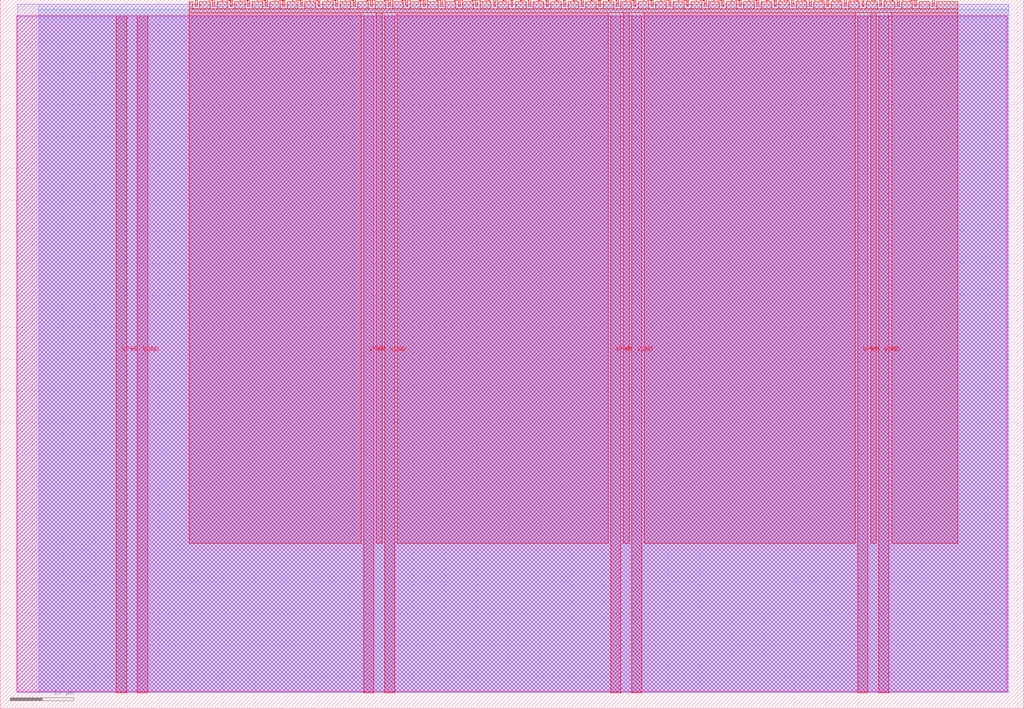
<source format=lef>
VERSION 5.7 ;
  NOWIREEXTENSIONATPIN ON ;
  DIVIDERCHAR "/" ;
  BUSBITCHARS "[]" ;
MACRO tt_um_histogramming
  CLASS BLOCK ;
  FOREIGN tt_um_histogramming ;
  ORIGIN 0.000 0.000 ;
  SIZE 161.000 BY 111.520 ;
  PIN VGND
    DIRECTION INOUT ;
    USE GROUND ;
    PORT
      LAYER met4 ;
        RECT 21.580 2.480 23.180 109.040 ;
    END
    PORT
      LAYER met4 ;
        RECT 60.450 2.480 62.050 109.040 ;
    END
    PORT
      LAYER met4 ;
        RECT 99.320 2.480 100.920 109.040 ;
    END
    PORT
      LAYER met4 ;
        RECT 138.190 2.480 139.790 109.040 ;
    END
  END VGND
  PIN VPWR
    DIRECTION INOUT ;
    USE POWER ;
    PORT
      LAYER met4 ;
        RECT 18.280 2.480 19.880 109.040 ;
    END
    PORT
      LAYER met4 ;
        RECT 57.150 2.480 58.750 109.040 ;
    END
    PORT
      LAYER met4 ;
        RECT 96.020 2.480 97.620 109.040 ;
    END
    PORT
      LAYER met4 ;
        RECT 134.890 2.480 136.490 109.040 ;
    END
  END VPWR
  PIN clk
    DIRECTION INPUT ;
    USE SIGNAL ;
    ANTENNAGATEAREA 0.852000 ;
    PORT
      LAYER met4 ;
        RECT 143.830 110.520 144.130 111.520 ;
    END
  END clk
  PIN ena
    DIRECTION INPUT ;
    USE SIGNAL ;
    ANTENNAGATEAREA 0.213000 ;
    PORT
      LAYER met4 ;
        RECT 146.590 110.520 146.890 111.520 ;
    END
  END ena
  PIN rst_n
    DIRECTION INPUT ;
    USE SIGNAL ;
    ANTENNAGATEAREA 0.196500 ;
    ANTENNADIFFAREA 0.434700 ;
    PORT
      LAYER met4 ;
        RECT 141.070 110.520 141.370 111.520 ;
    END
  END rst_n
  PIN ui_in[0]
    DIRECTION INPUT ;
    USE SIGNAL ;
    ANTENNAGATEAREA 0.196500 ;
    PORT
      LAYER met4 ;
        RECT 138.310 110.520 138.610 111.520 ;
    END
  END ui_in[0]
  PIN ui_in[1]
    DIRECTION INPUT ;
    USE SIGNAL ;
    ANTENNAGATEAREA 0.196500 ;
    PORT
      LAYER met4 ;
        RECT 135.550 110.520 135.850 111.520 ;
    END
  END ui_in[1]
  PIN ui_in[2]
    DIRECTION INPUT ;
    USE SIGNAL ;
    ANTENNAGATEAREA 0.196500 ;
    ANTENNADIFFAREA 0.434700 ;
    PORT
      LAYER met4 ;
        RECT 132.790 110.520 133.090 111.520 ;
    END
  END ui_in[2]
  PIN ui_in[3]
    DIRECTION INPUT ;
    USE SIGNAL ;
    ANTENNAGATEAREA 0.196500 ;
    PORT
      LAYER met4 ;
        RECT 130.030 110.520 130.330 111.520 ;
    END
  END ui_in[3]
  PIN ui_in[4]
    DIRECTION INPUT ;
    USE SIGNAL ;
    ANTENNAGATEAREA 0.196500 ;
    PORT
      LAYER met4 ;
        RECT 127.270 110.520 127.570 111.520 ;
    END
  END ui_in[4]
  PIN ui_in[5]
    DIRECTION INPUT ;
    USE SIGNAL ;
    ANTENNAGATEAREA 0.126000 ;
    PORT
      LAYER met4 ;
        RECT 124.510 110.520 124.810 111.520 ;
    END
  END ui_in[5]
  PIN ui_in[6]
    DIRECTION INPUT ;
    USE SIGNAL ;
    PORT
      LAYER met4 ;
        RECT 121.750 110.520 122.050 111.520 ;
    END
  END ui_in[6]
  PIN ui_in[7]
    DIRECTION INPUT ;
    USE SIGNAL ;
    ANTENNAGATEAREA 0.196500 ;
    PORT
      LAYER met4 ;
        RECT 118.990 110.520 119.290 111.520 ;
    END
  END ui_in[7]
  PIN uio_in[0]
    DIRECTION INPUT ;
    USE SIGNAL ;
    PORT
      LAYER met4 ;
        RECT 116.230 110.520 116.530 111.520 ;
    END
  END uio_in[0]
  PIN uio_in[1]
    DIRECTION INPUT ;
    USE SIGNAL ;
    PORT
      LAYER met4 ;
        RECT 113.470 110.520 113.770 111.520 ;
    END
  END uio_in[1]
  PIN uio_in[2]
    DIRECTION INPUT ;
    USE SIGNAL ;
    PORT
      LAYER met4 ;
        RECT 110.710 110.520 111.010 111.520 ;
    END
  END uio_in[2]
  PIN uio_in[3]
    DIRECTION INPUT ;
    USE SIGNAL ;
    PORT
      LAYER met4 ;
        RECT 107.950 110.520 108.250 111.520 ;
    END
  END uio_in[3]
  PIN uio_in[4]
    DIRECTION INPUT ;
    USE SIGNAL ;
    PORT
      LAYER met4 ;
        RECT 105.190 110.520 105.490 111.520 ;
    END
  END uio_in[4]
  PIN uio_in[5]
    DIRECTION INPUT ;
    USE SIGNAL ;
    PORT
      LAYER met4 ;
        RECT 102.430 110.520 102.730 111.520 ;
    END
  END uio_in[5]
  PIN uio_in[6]
    DIRECTION INPUT ;
    USE SIGNAL ;
    PORT
      LAYER met4 ;
        RECT 99.670 110.520 99.970 111.520 ;
    END
  END uio_in[6]
  PIN uio_in[7]
    DIRECTION INPUT ;
    USE SIGNAL ;
    PORT
      LAYER met4 ;
        RECT 96.910 110.520 97.210 111.520 ;
    END
  END uio_in[7]
  PIN uio_oe[0]
    DIRECTION OUTPUT ;
    USE SIGNAL ;
    PORT
      LAYER met4 ;
        RECT 49.990 110.520 50.290 111.520 ;
    END
  END uio_oe[0]
  PIN uio_oe[1]
    DIRECTION OUTPUT ;
    USE SIGNAL ;
    PORT
      LAYER met4 ;
        RECT 47.230 110.520 47.530 111.520 ;
    END
  END uio_oe[1]
  PIN uio_oe[2]
    DIRECTION OUTPUT ;
    USE SIGNAL ;
    PORT
      LAYER met4 ;
        RECT 44.470 110.520 44.770 111.520 ;
    END
  END uio_oe[2]
  PIN uio_oe[3]
    DIRECTION OUTPUT ;
    USE SIGNAL ;
    PORT
      LAYER met4 ;
        RECT 41.710 110.520 42.010 111.520 ;
    END
  END uio_oe[3]
  PIN uio_oe[4]
    DIRECTION OUTPUT ;
    USE SIGNAL ;
    PORT
      LAYER met4 ;
        RECT 38.950 110.520 39.250 111.520 ;
    END
  END uio_oe[4]
  PIN uio_oe[5]
    DIRECTION OUTPUT ;
    USE SIGNAL ;
    PORT
      LAYER met4 ;
        RECT 36.190 110.520 36.490 111.520 ;
    END
  END uio_oe[5]
  PIN uio_oe[6]
    DIRECTION OUTPUT ;
    USE SIGNAL ;
    PORT
      LAYER met4 ;
        RECT 33.430 110.520 33.730 111.520 ;
    END
  END uio_oe[6]
  PIN uio_oe[7]
    DIRECTION OUTPUT ;
    USE SIGNAL ;
    PORT
      LAYER met4 ;
        RECT 30.670 110.520 30.970 111.520 ;
    END
  END uio_oe[7]
  PIN uio_out[0]
    DIRECTION OUTPUT ;
    USE SIGNAL ;
    PORT
      LAYER met4 ;
        RECT 72.070 110.520 72.370 111.520 ;
    END
  END uio_out[0]
  PIN uio_out[1]
    DIRECTION OUTPUT ;
    USE SIGNAL ;
    PORT
      LAYER met4 ;
        RECT 69.310 110.520 69.610 111.520 ;
    END
  END uio_out[1]
  PIN uio_out[2]
    DIRECTION OUTPUT ;
    USE SIGNAL ;
    ANTENNADIFFAREA 0.795200 ;
    PORT
      LAYER met4 ;
        RECT 66.550 110.520 66.850 111.520 ;
    END
  END uio_out[2]
  PIN uio_out[3]
    DIRECTION OUTPUT ;
    USE SIGNAL ;
    ANTENNADIFFAREA 0.795200 ;
    PORT
      LAYER met4 ;
        RECT 63.790 110.520 64.090 111.520 ;
    END
  END uio_out[3]
  PIN uio_out[4]
    DIRECTION OUTPUT ;
    USE SIGNAL ;
    ANTENNADIFFAREA 0.445500 ;
    PORT
      LAYER met4 ;
        RECT 61.030 110.520 61.330 111.520 ;
    END
  END uio_out[4]
  PIN uio_out[5]
    DIRECTION OUTPUT ;
    USE SIGNAL ;
    PORT
      LAYER met4 ;
        RECT 58.270 110.520 58.570 111.520 ;
    END
  END uio_out[5]
  PIN uio_out[6]
    DIRECTION OUTPUT ;
    USE SIGNAL ;
    PORT
      LAYER met4 ;
        RECT 55.510 110.520 55.810 111.520 ;
    END
  END uio_out[6]
  PIN uio_out[7]
    DIRECTION OUTPUT ;
    USE SIGNAL ;
    PORT
      LAYER met4 ;
        RECT 52.750 110.520 53.050 111.520 ;
    END
  END uio_out[7]
  PIN uo_out[0]
    DIRECTION OUTPUT ;
    USE SIGNAL ;
    ANTENNAGATEAREA 0.247500 ;
    ANTENNADIFFAREA 0.891000 ;
    PORT
      LAYER met4 ;
        RECT 94.150 110.520 94.450 111.520 ;
    END
  END uo_out[0]
  PIN uo_out[1]
    DIRECTION OUTPUT ;
    USE SIGNAL ;
    ANTENNAGATEAREA 0.247500 ;
    ANTENNADIFFAREA 0.891000 ;
    PORT
      LAYER met4 ;
        RECT 91.390 110.520 91.690 111.520 ;
    END
  END uo_out[1]
  PIN uo_out[2]
    DIRECTION OUTPUT ;
    USE SIGNAL ;
    ANTENNAGATEAREA 0.247500 ;
    ANTENNADIFFAREA 0.891000 ;
    PORT
      LAYER met4 ;
        RECT 88.630 110.520 88.930 111.520 ;
    END
  END uo_out[2]
  PIN uo_out[3]
    DIRECTION OUTPUT ;
    USE SIGNAL ;
    ANTENNAGATEAREA 0.247500 ;
    ANTENNADIFFAREA 0.891000 ;
    PORT
      LAYER met4 ;
        RECT 85.870 110.520 86.170 111.520 ;
    END
  END uo_out[3]
  PIN uo_out[4]
    DIRECTION OUTPUT ;
    USE SIGNAL ;
    PORT
      LAYER met4 ;
        RECT 83.110 110.520 83.410 111.520 ;
    END
  END uo_out[4]
  PIN uo_out[5]
    DIRECTION OUTPUT ;
    USE SIGNAL ;
    PORT
      LAYER met4 ;
        RECT 80.350 110.520 80.650 111.520 ;
    END
  END uo_out[5]
  PIN uo_out[6]
    DIRECTION OUTPUT ;
    USE SIGNAL ;
    PORT
      LAYER met4 ;
        RECT 77.590 110.520 77.890 111.520 ;
    END
  END uo_out[6]
  PIN uo_out[7]
    DIRECTION OUTPUT ;
    USE SIGNAL ;
    PORT
      LAYER met4 ;
        RECT 74.830 110.520 75.130 111.520 ;
    END
  END uo_out[7]
  OBS
      LAYER nwell ;
        RECT 2.570 2.635 158.430 108.990 ;
      LAYER li1 ;
        RECT 2.760 2.635 158.240 108.885 ;
      LAYER met1 ;
        RECT 2.760 2.480 158.630 110.800 ;
      LAYER met2 ;
        RECT 6.070 2.535 158.610 110.830 ;
      LAYER met3 ;
        RECT 6.045 2.555 158.635 109.985 ;
      LAYER met4 ;
        RECT 29.735 110.120 30.270 111.170 ;
        RECT 31.370 110.120 33.030 111.170 ;
        RECT 34.130 110.120 35.790 111.170 ;
        RECT 36.890 110.120 38.550 111.170 ;
        RECT 39.650 110.120 41.310 111.170 ;
        RECT 42.410 110.120 44.070 111.170 ;
        RECT 45.170 110.120 46.830 111.170 ;
        RECT 47.930 110.120 49.590 111.170 ;
        RECT 50.690 110.120 52.350 111.170 ;
        RECT 53.450 110.120 55.110 111.170 ;
        RECT 56.210 110.120 57.870 111.170 ;
        RECT 58.970 110.120 60.630 111.170 ;
        RECT 61.730 110.120 63.390 111.170 ;
        RECT 64.490 110.120 66.150 111.170 ;
        RECT 67.250 110.120 68.910 111.170 ;
        RECT 70.010 110.120 71.670 111.170 ;
        RECT 72.770 110.120 74.430 111.170 ;
        RECT 75.530 110.120 77.190 111.170 ;
        RECT 78.290 110.120 79.950 111.170 ;
        RECT 81.050 110.120 82.710 111.170 ;
        RECT 83.810 110.120 85.470 111.170 ;
        RECT 86.570 110.120 88.230 111.170 ;
        RECT 89.330 110.120 90.990 111.170 ;
        RECT 92.090 110.120 93.750 111.170 ;
        RECT 94.850 110.120 96.510 111.170 ;
        RECT 97.610 110.120 99.270 111.170 ;
        RECT 100.370 110.120 102.030 111.170 ;
        RECT 103.130 110.120 104.790 111.170 ;
        RECT 105.890 110.120 107.550 111.170 ;
        RECT 108.650 110.120 110.310 111.170 ;
        RECT 111.410 110.120 113.070 111.170 ;
        RECT 114.170 110.120 115.830 111.170 ;
        RECT 116.930 110.120 118.590 111.170 ;
        RECT 119.690 110.120 121.350 111.170 ;
        RECT 122.450 110.120 124.110 111.170 ;
        RECT 125.210 110.120 126.870 111.170 ;
        RECT 127.970 110.120 129.630 111.170 ;
        RECT 130.730 110.120 132.390 111.170 ;
        RECT 133.490 110.120 135.150 111.170 ;
        RECT 136.250 110.120 137.910 111.170 ;
        RECT 139.010 110.120 140.670 111.170 ;
        RECT 141.770 110.120 143.430 111.170 ;
        RECT 144.530 110.120 146.190 111.170 ;
        RECT 147.290 110.120 150.585 111.170 ;
        RECT 29.735 109.440 150.585 110.120 ;
        RECT 29.735 26.015 56.750 109.440 ;
        RECT 59.150 26.015 60.050 109.440 ;
        RECT 62.450 26.015 95.620 109.440 ;
        RECT 98.020 26.015 98.920 109.440 ;
        RECT 101.320 26.015 134.490 109.440 ;
        RECT 136.890 26.015 137.790 109.440 ;
        RECT 140.190 26.015 150.585 109.440 ;
  END
END tt_um_histogramming
END LIBRARY


</source>
